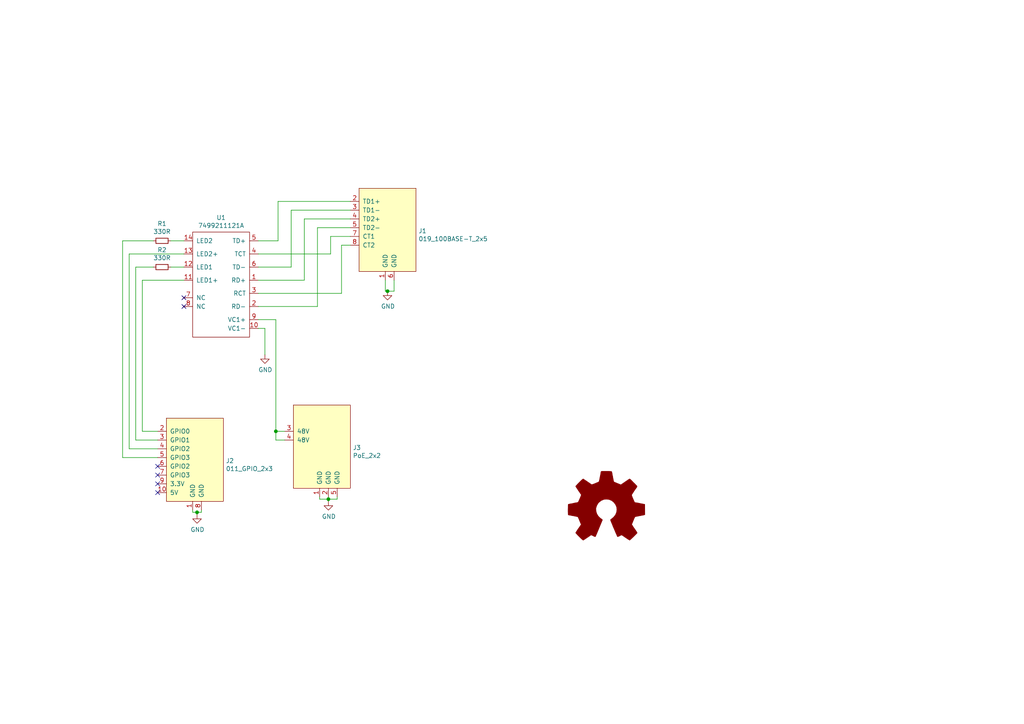
<source format=kicad_sch>
(kicad_sch (version 20211123) (generator eeschema)

  (uuid c264c438-a475-4ad4-9915-0f1e6ecf3053)

  (paper "A4")

  (lib_symbols
    (symbol "Device:R_Small" (pin_numbers hide) (pin_names (offset 0.254) hide) (in_bom yes) (on_board yes)
      (property "Reference" "R" (id 0) (at 0.762 0.508 0)
        (effects (font (size 1.27 1.27)) (justify left))
      )
      (property "Value" "R_Small" (id 1) (at 0.762 -1.016 0)
        (effects (font (size 1.27 1.27)) (justify left))
      )
      (property "Footprint" "" (id 2) (at 0 0 0)
        (effects (font (size 1.27 1.27)) hide)
      )
      (property "Datasheet" "~" (id 3) (at 0 0 0)
        (effects (font (size 1.27 1.27)) hide)
      )
      (property "ki_keywords" "R resistor" (id 4) (at 0 0 0)
        (effects (font (size 1.27 1.27)) hide)
      )
      (property "ki_description" "Resistor, small symbol" (id 5) (at 0 0 0)
        (effects (font (size 1.27 1.27)) hide)
      )
      (property "ki_fp_filters" "R_*" (id 6) (at 0 0 0)
        (effects (font (size 1.27 1.27)) hide)
      )
      (symbol "R_Small_0_1"
        (rectangle (start -0.762 1.778) (end 0.762 -1.778)
          (stroke (width 0.2032) (type default) (color 0 0 0 0))
          (fill (type none))
        )
      )
      (symbol "R_Small_1_1"
        (pin passive line (at 0 2.54 270) (length 0.762)
          (name "~" (effects (font (size 1.27 1.27))))
          (number "1" (effects (font (size 1.27 1.27))))
        )
        (pin passive line (at 0 -2.54 90) (length 0.762)
          (name "~" (effects (font (size 1.27 1.27))))
          (number "2" (effects (font (size 1.27 1.27))))
        )
      )
    )
    (symbol "Graphic:Logo_Open_Hardware_Large" (pin_names (offset 1.016)) (in_bom yes) (on_board yes)
      (property "Reference" "#LOGO" (id 0) (at 0 12.7 0)
        (effects (font (size 1.27 1.27)) hide)
      )
      (property "Value" "Logo_Open_Hardware_Large" (id 1) (at 0 -10.16 0)
        (effects (font (size 1.27 1.27)) hide)
      )
      (property "Footprint" "" (id 2) (at 0 0 0)
        (effects (font (size 1.27 1.27)) hide)
      )
      (property "Datasheet" "~" (id 3) (at 0 0 0)
        (effects (font (size 1.27 1.27)) hide)
      )
      (property "ki_keywords" "Logo" (id 4) (at 0 0 0)
        (effects (font (size 1.27 1.27)) hide)
      )
      (property "ki_description" "Open Hardware logo, large" (id 5) (at 0 0 0)
        (effects (font (size 1.27 1.27)) hide)
      )
      (symbol "Logo_Open_Hardware_Large_1_1"
        (polyline
          (pts
            (xy 6.731 -8.7122)
            (xy 6.6294 -8.6614)
            (xy 6.35 -8.4836)
            (xy 5.9944 -8.255)
            (xy 5.5372 -7.9502)
            (xy 5.1054 -7.6454)
            (xy 4.7498 -7.4168)
            (xy 4.4958 -7.239)
            (xy 4.3942 -7.1882)
            (xy 4.318 -7.2136)
            (xy 4.1148 -7.3152)
            (xy 3.81 -7.4676)
            (xy 3.6322 -7.5692)
            (xy 3.3528 -7.6708)
            (xy 3.2258 -7.6962)
            (xy 3.2004 -7.6708)
            (xy 3.0988 -7.4676)
            (xy 2.9464 -7.0866)
            (xy 2.7178 -6.604)
            (xy 2.4892 -6.0452)
            (xy 2.2352 -5.4356)
            (xy 1.9558 -4.826)
            (xy 1.7272 -4.2164)
            (xy 1.4986 -3.683)
            (xy 1.3208 -3.2512)
            (xy 1.2192 -2.9464)
            (xy 1.1684 -2.8194)
            (xy 1.1938 -2.794)
            (xy 1.3208 -2.667)
            (xy 1.5748 -2.4892)
            (xy 2.0828 -2.0574)
            (xy 2.6162 -1.397)
            (xy 2.921 -0.6604)
            (xy 3.048 0.1524)
            (xy 2.9464 0.9144)
            (xy 2.6416 1.6256)
            (xy 2.1336 2.286)
            (xy 1.524 2.7686)
            (xy 0.8128 3.0734)
            (xy 0 3.175)
            (xy -0.762 3.0988)
            (xy -1.4986 2.794)
            (xy -2.159 2.286)
            (xy -2.4384 1.9812)
            (xy -2.8194 1.3208)
            (xy -3.048 0.6096)
            (xy -3.0734 0.4318)
            (xy -3.0226 -0.3556)
            (xy -2.794 -1.0922)
            (xy -2.3876 -1.7526)
            (xy -1.8288 -2.3114)
            (xy -1.7526 -2.3622)
            (xy -1.4732 -2.5654)
            (xy -1.2954 -2.6924)
            (xy -1.1684 -2.8194)
            (xy -2.159 -5.207)
            (xy -2.3114 -5.588)
            (xy -2.5908 -6.2484)
            (xy -2.8194 -6.8072)
            (xy -3.0226 -7.2644)
            (xy -3.1496 -7.5692)
            (xy -3.2258 -7.6708)
            (xy -3.2258 -7.6962)
            (xy -3.302 -7.6962)
            (xy -3.4798 -7.6454)
            (xy -3.8354 -7.4676)
            (xy -4.0386 -7.366)
            (xy -4.2926 -7.239)
            (xy -4.4196 -7.1882)
            (xy -4.5212 -7.239)
            (xy -4.7498 -7.3914)
            (xy -5.1054 -7.6454)
            (xy -5.5372 -7.9248)
            (xy -5.9436 -8.2042)
            (xy -6.3246 -8.4582)
            (xy -6.604 -8.636)
            (xy -6.731 -8.7122)
            (xy -6.7564 -8.7122)
            (xy -6.858 -8.636)
            (xy -7.0866 -8.4582)
            (xy -7.4168 -8.1534)
            (xy -7.874 -7.6962)
            (xy -7.9502 -7.62)
            (xy -8.3312 -7.239)
            (xy -8.636 -6.9088)
            (xy -8.8392 -6.6802)
            (xy -8.9154 -6.5786)
            (xy -8.9154 -6.5786)
            (xy -8.8392 -6.4516)
            (xy -8.6614 -6.1722)
            (xy -8.4328 -5.7912)
            (xy -8.128 -5.3594)
            (xy -7.3152 -4.191)
            (xy -7.7724 -3.0988)
            (xy -7.8994 -2.7686)
            (xy -8.0772 -2.3622)
            (xy -8.2042 -2.0828)
            (xy -8.255 -1.9558)
            (xy -8.382 -1.905)
            (xy -8.6614 -1.8542)
            (xy -9.0932 -1.7526)
            (xy -9.6266 -1.651)
            (xy -10.1092 -1.5748)
            (xy -10.541 -1.4732)
            (xy -10.8712 -1.4224)
            (xy -11.0236 -1.397)
            (xy -11.049 -1.3716)
            (xy -11.0744 -1.2954)
            (xy -11.0998 -1.143)
            (xy -11.0998 -0.889)
            (xy -11.1252 -0.4572)
            (xy -11.1252 0.1524)
            (xy -11.1252 0.2286)
            (xy -11.0998 0.8128)
            (xy -11.0998 1.27)
            (xy -11.0744 1.5494)
            (xy -11.0744 1.6764)
            (xy -11.0744 1.6764)
            (xy -10.922 1.7018)
            (xy -10.6172 1.778)
            (xy -10.16 1.8542)
            (xy -9.652 1.9558)
            (xy -9.6012 1.9812)
            (xy -9.0932 2.0828)
            (xy -8.636 2.159)
            (xy -8.3312 2.2352)
            (xy -8.2042 2.286)
            (xy -8.1788 2.3114)
            (xy -8.0772 2.5146)
            (xy -7.9248 2.8448)
            (xy -7.747 3.2512)
            (xy -7.5692 3.6576)
            (xy -7.4168 4.0386)
            (xy -7.3152 4.318)
            (xy -7.2898 4.445)
            (xy -7.2898 4.445)
            (xy -7.366 4.572)
            (xy -7.5438 4.826)
            (xy -7.7978 5.207)
            (xy -8.128 5.6642)
            (xy -8.128 5.6896)
            (xy -8.4328 6.1468)
            (xy -8.6868 6.5278)
            (xy -8.8392 6.7818)
            (xy -8.9154 6.9088)
            (xy -8.9154 6.9088)
            (xy -8.8138 7.0358)
            (xy -8.5852 7.2898)
            (xy -8.255 7.6454)
            (xy -7.874 8.0264)
            (xy -7.747 8.1534)
            (xy -7.3152 8.5852)
            (xy -7.0104 8.8646)
            (xy -6.8326 8.9916)
            (xy -6.731 9.0424)
            (xy -6.731 9.0424)
            (xy -6.604 8.9408)
            (xy -6.3246 8.763)
            (xy -5.9436 8.509)
            (xy -5.4864 8.2042)
            (xy -5.461 8.1788)
            (xy -5.0038 7.874)
            (xy -4.6482 7.62)
            (xy -4.3688 7.4422)
            (xy -4.2672 7.3914)
            (xy -4.2418 7.3914)
            (xy -4.064 7.4422)
            (xy -3.7338 7.5438)
            (xy -3.3528 7.6962)
            (xy -2.9464 7.874)
            (xy -2.5654 8.0264)
            (xy -2.286 8.1534)
            (xy -2.159 8.2296)
            (xy -2.159 8.2296)
            (xy -2.1082 8.382)
            (xy -2.032 8.7122)
            (xy -1.9304 9.1694)
            (xy -1.8288 9.7282)
            (xy -1.8034 9.8044)
            (xy -1.7018 10.3378)
            (xy -1.6256 10.7696)
            (xy -1.5748 11.0744)
            (xy -1.524 11.2014)
            (xy -1.4478 11.2268)
            (xy -1.1938 11.2522)
            (xy -0.8128 11.2522)
            (xy -0.3302 11.2522)
            (xy 0.1524 11.2522)
            (xy 0.6604 11.2522)
            (xy 1.0668 11.2268)
            (xy 1.3716 11.2014)
            (xy 1.4986 11.176)
            (xy 1.4986 11.176)
            (xy 1.5494 11.0236)
            (xy 1.6256 10.6934)
            (xy 1.7018 10.2108)
            (xy 1.8288 9.6774)
            (xy 1.8288 9.5758)
            (xy 1.9304 9.0424)
            (xy 2.032 8.6106)
            (xy 2.0828 8.3058)
            (xy 2.1336 8.2042)
            (xy 2.159 8.1788)
            (xy 2.3876 8.0772)
            (xy 2.7432 7.9248)
            (xy 3.175 7.747)
            (xy 4.191 7.3406)
            (xy 5.461 8.2042)
            (xy 5.5626 8.2804)
            (xy 6.0198 8.5852)
            (xy 6.3754 8.8392)
            (xy 6.6294 8.9916)
            (xy 6.7564 9.0424)
            (xy 6.7564 9.0424)
            (xy 6.8834 8.9408)
            (xy 7.1374 8.7122)
            (xy 7.4676 8.382)
            (xy 7.8486 7.9756)
            (xy 8.1534 7.6962)
            (xy 8.4836 7.3406)
            (xy 8.7122 7.112)
            (xy 8.8392 6.9596)
            (xy 8.8646 6.858)
            (xy 8.8646 6.8072)
            (xy 8.7884 6.6802)
            (xy 8.6106 6.4008)
            (xy 8.3312 6.0198)
            (xy 8.0264 5.588)
            (xy 7.7978 5.207)
            (xy 7.5184 4.8006)
            (xy 7.3406 4.4958)
            (xy 7.2898 4.3434)
            (xy 7.2898 4.2926)
            (xy 7.3914 4.0386)
            (xy 7.5184 3.683)
            (xy 7.7216 3.2258)
            (xy 8.1534 2.2352)
            (xy 8.7884 2.1082)
            (xy 9.1948 2.0574)
            (xy 9.7536 1.9304)
            (xy 10.2616 1.8288)
            (xy 11.0998 1.6764)
            (xy 11.1252 -1.3208)
            (xy 10.9982 -1.3716)
            (xy 10.8712 -1.397)
            (xy 10.5664 -1.4732)
            (xy 10.1346 -1.5494)
            (xy 9.6266 -1.651)
            (xy 9.1948 -1.7272)
            (xy 8.7376 -1.8288)
            (xy 8.4328 -1.8796)
            (xy 8.2804 -1.905)
            (xy 8.255 -1.9558)
            (xy 8.1534 -2.159)
            (xy 7.9756 -2.5146)
            (xy 7.8232 -2.921)
            (xy 7.6454 -3.3274)
            (xy 7.493 -3.7338)
            (xy 7.366 -4.0132)
            (xy 7.3406 -4.191)
            (xy 7.3914 -4.2926)
            (xy 7.5692 -4.5466)
            (xy 7.7978 -4.9276)
            (xy 8.1026 -5.3594)
            (xy 8.4074 -5.7912)
            (xy 8.6614 -6.1722)
            (xy 8.8138 -6.4262)
            (xy 8.89 -6.5532)
            (xy 8.8646 -6.6548)
            (xy 8.6868 -6.858)
            (xy 8.3566 -7.1882)
            (xy 7.874 -7.6708)
            (xy 7.7978 -7.747)
            (xy 7.3914 -8.128)
            (xy 7.0612 -8.4328)
            (xy 6.8326 -8.636)
            (xy 6.731 -8.7122)
          )
          (stroke (width 0) (type default) (color 0 0 0 0))
          (fill (type outline))
        )
      )
    )
    (symbol "parts:7499211121A" (pin_names (offset 1.016)) (in_bom yes) (on_board yes)
      (property "Reference" "U" (id 0) (at -7.62 13.97 0)
        (effects (font (size 1.27 1.27)))
      )
      (property "Value" "7499211121A" (id 1) (at 3.81 13.97 0)
        (effects (font (size 1.27 1.27)))
      )
      (property "Footprint" "" (id 2) (at -2.54 7.62 0)
        (effects (font (size 1.27 1.27)) hide)
      )
      (property "Datasheet" "" (id 3) (at -2.54 7.62 0)
        (effects (font (size 1.27 1.27)) hide)
      )
      (symbol "7499211121A_0_1"
        (rectangle (start -7.62 12.7) (end 8.89 -17.78)
          (stroke (width 0) (type default) (color 0 0 0 0))
          (fill (type none))
        )
      )
      (symbol "7499211121A_1_1"
        (pin bidirectional line (at -10.16 -1.27 0) (length 2.54)
          (name "RD+" (effects (font (size 1.27 1.27))))
          (number "1" (effects (font (size 1.27 1.27))))
        )
        (pin unspecified line (at -10.16 -15.24 0) (length 2.54)
          (name "VC1-" (effects (font (size 1.27 1.27))))
          (number "10" (effects (font (size 1.27 1.27))))
        )
        (pin bidirectional line (at 11.43 -1.27 180) (length 2.54)
          (name "LED1+" (effects (font (size 1.27 1.27))))
          (number "11" (effects (font (size 1.27 1.27))))
        )
        (pin bidirectional line (at 11.43 2.54 180) (length 2.54)
          (name "LED1" (effects (font (size 1.27 1.27))))
          (number "12" (effects (font (size 1.27 1.27))))
        )
        (pin bidirectional line (at 11.43 6.35 180) (length 2.54)
          (name "LED2+" (effects (font (size 1.27 1.27))))
          (number "13" (effects (font (size 1.27 1.27))))
        )
        (pin bidirectional line (at 11.43 10.16 180) (length 2.54)
          (name "LED2" (effects (font (size 1.27 1.27))))
          (number "14" (effects (font (size 1.27 1.27))))
        )
        (pin bidirectional line (at -10.16 -8.89 0) (length 2.54)
          (name "RD-" (effects (font (size 1.27 1.27))))
          (number "2" (effects (font (size 1.27 1.27))))
        )
        (pin bidirectional line (at -10.16 -5.08 0) (length 2.54)
          (name "RCT" (effects (font (size 1.27 1.27))))
          (number "3" (effects (font (size 1.27 1.27))))
        )
        (pin bidirectional line (at -10.16 6.35 0) (length 2.54)
          (name "TCT" (effects (font (size 1.27 1.27))))
          (number "4" (effects (font (size 1.27 1.27))))
        )
        (pin bidirectional line (at -10.16 10.16 0) (length 2.54)
          (name "TD+" (effects (font (size 1.27 1.27))))
          (number "5" (effects (font (size 1.27 1.27))))
        )
        (pin bidirectional line (at -10.16 2.54 0) (length 2.54)
          (name "TD-" (effects (font (size 1.27 1.27))))
          (number "6" (effects (font (size 1.27 1.27))))
        )
        (pin no_connect line (at 11.43 -6.35 180) (length 2.54)
          (name "NC" (effects (font (size 1.27 1.27))))
          (number "7" (effects (font (size 1.27 1.27))))
        )
        (pin no_connect line (at 11.43 -8.89 180) (length 2.54)
          (name "NC" (effects (font (size 1.27 1.27))))
          (number "8" (effects (font (size 1.27 1.27))))
        )
        (pin unspecified line (at -10.16 -12.7 0) (length 2.54)
          (name "VC1+" (effects (font (size 1.27 1.27))))
          (number "9" (effects (font (size 1.27 1.27))))
        )
      )
    )
    (symbol "power:GND" (power) (pin_names (offset 0)) (in_bom yes) (on_board yes)
      (property "Reference" "#PWR" (id 0) (at 0 -6.35 0)
        (effects (font (size 1.27 1.27)) hide)
      )
      (property "Value" "GND" (id 1) (at 0 -3.81 0)
        (effects (font (size 1.27 1.27)))
      )
      (property "Footprint" "" (id 2) (at 0 0 0)
        (effects (font (size 1.27 1.27)) hide)
      )
      (property "Datasheet" "" (id 3) (at 0 0 0)
        (effects (font (size 1.27 1.27)) hide)
      )
      (property "ki_keywords" "power-flag" (id 4) (at 0 0 0)
        (effects (font (size 1.27 1.27)) hide)
      )
      (property "ki_description" "Power symbol creates a global label with name \"GND\" , ground" (id 5) (at 0 0 0)
        (effects (font (size 1.27 1.27)) hide)
      )
      (symbol "GND_0_1"
        (polyline
          (pts
            (xy 0 0)
            (xy 0 -1.27)
            (xy 1.27 -1.27)
            (xy 0 -2.54)
            (xy -1.27 -1.27)
            (xy 0 -1.27)
          )
          (stroke (width 0) (type default) (color 0 0 0 0))
          (fill (type none))
        )
      )
      (symbol "GND_1_1"
        (pin power_in line (at 0 0 270) (length 0) hide
          (name "GND" (effects (font (size 1.27 1.27))))
          (number "1" (effects (font (size 1.27 1.27))))
        )
      )
    )
    (symbol "put_on_edge:011_GPIO" (pin_names (offset 1.016)) (in_bom yes) (on_board yes)
      (property "Reference" "J" (id 0) (at -2.54 13.97 0)
        (effects (font (size 1.27 1.27)))
      )
      (property "Value" "011_GPIO" (id 1) (at 8.89 13.97 0)
        (effects (font (size 1.27 1.27)))
      )
      (property "Footprint" "" (id 2) (at 7.62 16.51 0)
        (effects (font (size 1.27 1.27)) hide)
      )
      (property "Datasheet" "" (id 3) (at 7.62 16.51 0)
        (effects (font (size 1.27 1.27)) hide)
      )
      (symbol "011_GPIO_0_1"
        (rectangle (start -8.89 12.7) (end 7.62 -11.43)
          (stroke (width 0) (type default) (color 0 0 0 0))
          (fill (type background))
        )
      )
      (symbol "011_GPIO_1_1"
        (pin power_in line (at -1.27 -13.97 90) (length 2.54)
          (name "GND" (effects (font (size 1.27 1.27))))
          (number "1" (effects (font (size 1.27 1.27))))
        )
        (pin power_in line (at -11.43 -8.89 0) (length 2.54)
          (name "5V" (effects (font (size 1.27 1.27))))
          (number "10" (effects (font (size 1.27 1.27))))
        )
        (pin bidirectional line (at -11.43 8.89 0) (length 2.54)
          (name "GPIO0" (effects (font (size 1.27 1.27))))
          (number "2" (effects (font (size 1.27 1.27))))
        )
        (pin bidirectional line (at -11.43 6.35 0) (length 2.54)
          (name "GPIO1" (effects (font (size 1.27 1.27))))
          (number "3" (effects (font (size 1.27 1.27))))
        )
        (pin bidirectional line (at -11.43 3.81 0) (length 2.54)
          (name "GPIO2" (effects (font (size 1.27 1.27))))
          (number "4" (effects (font (size 1.27 1.27))))
        )
        (pin bidirectional line (at -11.43 1.27 0) (length 2.54)
          (name "GPIO3" (effects (font (size 1.27 1.27))))
          (number "5" (effects (font (size 1.27 1.27))))
        )
        (pin bidirectional line (at -11.43 -1.27 0) (length 2.54)
          (name "GPIO2" (effects (font (size 1.27 1.27))))
          (number "6" (effects (font (size 1.27 1.27))))
        )
        (pin bidirectional line (at -11.43 -3.81 0) (length 2.54)
          (name "GPIO3" (effects (font (size 1.27 1.27))))
          (number "7" (effects (font (size 1.27 1.27))))
        )
        (pin power_in line (at 1.27 -13.97 90) (length 2.54)
          (name "GND" (effects (font (size 1.27 1.27))))
          (number "8" (effects (font (size 1.27 1.27))))
        )
        (pin power_in line (at -11.43 -6.35 0) (length 2.54)
          (name "3.3V" (effects (font (size 1.27 1.27))))
          (number "9" (effects (font (size 1.27 1.27))))
        )
      )
    )
    (symbol "put_on_edge:013_PoE_rectified" (pin_names (offset 1.016)) (in_bom yes) (on_board yes)
      (property "Reference" "J" (id 0) (at -2.54 13.97 0)
        (effects (font (size 1.27 1.27)))
      )
      (property "Value" "013_PoE_rectified" (id 1) (at 8.89 13.97 0)
        (effects (font (size 1.27 1.27)))
      )
      (property "Footprint" "" (id 2) (at 7.62 16.51 0)
        (effects (font (size 1.27 1.27)) hide)
      )
      (property "Datasheet" "" (id 3) (at 7.62 16.51 0)
        (effects (font (size 1.27 1.27)) hide)
      )
      (symbol "013_PoE_rectified_0_1"
        (rectangle (start -8.89 12.7) (end 7.62 -11.43)
          (stroke (width 0) (type default) (color 0 0 0 0))
          (fill (type background))
        )
      )
      (symbol "013_PoE_rectified_1_1"
        (pin power_in line (at -1.27 -13.97 90) (length 2.54)
          (name "GND" (effects (font (size 1.27 1.27))))
          (number "1" (effects (font (size 1.27 1.27))))
        )
        (pin power_in line (at 1.27 -13.97 90) (length 2.54)
          (name "GND" (effects (font (size 1.27 1.27))))
          (number "2" (effects (font (size 1.27 1.27))))
        )
        (pin bidirectional line (at -11.43 5.08 0) (length 2.54)
          (name "48V" (effects (font (size 1.27 1.27))))
          (number "3" (effects (font (size 1.27 1.27))))
        )
        (pin bidirectional line (at -11.43 2.54 0) (length 2.54)
          (name "48V" (effects (font (size 1.27 1.27))))
          (number "4" (effects (font (size 1.27 1.27))))
        )
        (pin power_in line (at 3.81 -13.97 90) (length 2.54)
          (name "GND" (effects (font (size 1.27 1.27))))
          (number "5" (effects (font (size 1.27 1.27))))
        )
      )
    )
    (symbol "put_on_edge:019_100BASE-T_with_CT" (pin_names (offset 1.016)) (in_bom yes) (on_board yes)
      (property "Reference" "J" (id 0) (at -2.54 13.97 0)
        (effects (font (size 1.27 1.27)))
      )
      (property "Value" "019_100BASE-T_with_CT" (id 1) (at 8.89 13.97 0)
        (effects (font (size 1.27 1.27)))
      )
      (property "Footprint" "" (id 2) (at 7.62 16.51 0)
        (effects (font (size 1.27 1.27)) hide)
      )
      (property "Datasheet" "" (id 3) (at 7.62 16.51 0)
        (effects (font (size 1.27 1.27)) hide)
      )
      (symbol "019_100BASE-T_with_CT_0_1"
        (rectangle (start -8.89 12.7) (end 7.62 -11.43)
          (stroke (width 0) (type default) (color 0 0 0 0))
          (fill (type background))
        )
      )
      (symbol "019_100BASE-T_with_CT_1_1"
        (pin power_in line (at -1.27 -13.97 90) (length 2.54)
          (name "GND" (effects (font (size 1.27 1.27))))
          (number "1" (effects (font (size 1.27 1.27))))
        )
        (pin bidirectional line (at -11.43 8.89 0) (length 2.54)
          (name "TD1+" (effects (font (size 1.27 1.27))))
          (number "2" (effects (font (size 1.27 1.27))))
        )
        (pin bidirectional line (at -11.43 6.35 0) (length 2.54)
          (name "TD1-" (effects (font (size 1.27 1.27))))
          (number "3" (effects (font (size 1.27 1.27))))
        )
        (pin bidirectional line (at -11.43 3.81 0) (length 2.54)
          (name "TD2+" (effects (font (size 1.27 1.27))))
          (number "4" (effects (font (size 1.27 1.27))))
        )
        (pin bidirectional line (at -11.43 1.27 0) (length 2.54)
          (name "TD2-" (effects (font (size 1.27 1.27))))
          (number "5" (effects (font (size 1.27 1.27))))
        )
        (pin power_in line (at 1.27 -13.97 90) (length 2.54)
          (name "GND" (effects (font (size 1.27 1.27))))
          (number "6" (effects (font (size 1.27 1.27))))
        )
        (pin bidirectional line (at -11.43 -1.27 0) (length 2.54)
          (name "CT1" (effects (font (size 1.27 1.27))))
          (number "7" (effects (font (size 1.27 1.27))))
        )
        (pin bidirectional line (at -11.43 -3.81 0) (length 2.54)
          (name "CT2" (effects (font (size 1.27 1.27))))
          (number "8" (effects (font (size 1.27 1.27))))
        )
      )
    )
  )

  (junction (at 57.15 148.59) (diameter 0) (color 0 0 0 0)
    (uuid 1e1b062d-fad0-427c-a622-c5b8a80b5268)
  )
  (junction (at 95.25 144.78) (diameter 0) (color 0 0 0 0)
    (uuid 44d8279a-9cd1-4db6-856f-0363131605fc)
  )
  (junction (at 112.395 84.455) (diameter 0) (color 0 0 0 0)
    (uuid c801d42e-dd94-493e-bd2f-6c3ddad43f55)
  )
  (junction (at 80.01 125.095) (diameter 0) (color 0 0 0 0)
    (uuid e615f7aa-337e-474d-9615-2ad82b1c44ca)
  )

  (no_connect (at 45.72 137.795) (uuid 2e642b3e-a476-4c54-9a52-dcea955640cd))
  (no_connect (at 45.72 142.875) (uuid 30f15357-ce1d-48b9-93dc-7d9b1b2aa048))
  (no_connect (at 53.34 88.9) (uuid 417f13e4-c121-485a-a6b5-8b55e70350b8))
  (no_connect (at 45.72 135.255) (uuid 5038e144-5119-49db-b6cf-f7c345f1cf03))
  (no_connect (at 45.72 140.335) (uuid 87371631-aa02-498a-998a-09bdb74784c1))
  (no_connect (at 53.34 86.36) (uuid 9dab0cb7-2557-4419-963b-5ae736517f62))

  (wire (pts (xy 45.72 127.635) (xy 39.37 127.635))
    (stroke (width 0) (type default) (color 0 0 0 0))
    (uuid 0147f16a-c952-4891-8f53-a9fb8cddeb8d)
  )
  (wire (pts (xy 80.645 58.42) (xy 101.6 58.42))
    (stroke (width 0) (type default) (color 0 0 0 0))
    (uuid 03d88a85-11fd-47aa-954c-c318bb15294a)
  )
  (wire (pts (xy 35.56 69.85) (xy 44.45 69.85))
    (stroke (width 0) (type default) (color 0 0 0 0))
    (uuid 0a3cc030-c9dd-4d74-9d50-715ed2b361a2)
  )
  (wire (pts (xy 45.72 130.175) (xy 37.465 130.175))
    (stroke (width 0) (type default) (color 0 0 0 0))
    (uuid 0d0bb7b2-a6e5-46d2-9492-a1aa6e5a7b2f)
  )
  (wire (pts (xy 84.455 60.96) (xy 101.6 60.96))
    (stroke (width 0) (type default) (color 0 0 0 0))
    (uuid 0dcdf1b8-13c6-48b4-bd94-5d26038ff231)
  )
  (wire (pts (xy 76.835 95.25) (xy 74.93 95.25))
    (stroke (width 0) (type default) (color 0 0 0 0))
    (uuid 10109f84-4940-47f8-8640-91f185ac9bc1)
  )
  (wire (pts (xy 111.76 84.455) (xy 112.395 84.455))
    (stroke (width 0) (type default) (color 0 0 0 0))
    (uuid 128e34ce-eee7-477d-b905-a493e98db783)
  )
  (wire (pts (xy 92.075 88.9) (xy 92.075 66.04))
    (stroke (width 0) (type default) (color 0 0 0 0))
    (uuid 13475e15-f37c-4de8-857e-1722b0c39513)
  )
  (wire (pts (xy 45.72 132.715) (xy 35.56 132.715))
    (stroke (width 0) (type default) (color 0 0 0 0))
    (uuid 15875808-74d5-4210-b8ca-aa8fbc04ae21)
  )
  (wire (pts (xy 84.455 77.47) (xy 84.455 60.96))
    (stroke (width 0) (type default) (color 0 0 0 0))
    (uuid 1a2f72d1-0b36-4610-afc4-4ad1660d5d3b)
  )
  (wire (pts (xy 92.075 66.04) (xy 101.6 66.04))
    (stroke (width 0) (type default) (color 0 0 0 0))
    (uuid 2732632c-4768-42b6-bf7f-14643424019e)
  )
  (wire (pts (xy 112.395 84.455) (xy 114.3 84.455))
    (stroke (width 0) (type default) (color 0 0 0 0))
    (uuid 3172f2e2-18d2-4a80-ae30-5707b3409798)
  )
  (wire (pts (xy 58.42 148.59) (xy 58.42 147.955))
    (stroke (width 0) (type default) (color 0 0 0 0))
    (uuid 3b838d52-596d-4e4d-a6ac-e4c8e7621137)
  )
  (wire (pts (xy 95.25 144.78) (xy 95.25 144.145))
    (stroke (width 0) (type default) (color 0 0 0 0))
    (uuid 3f5fe6b7-98fc-4d3e-9567-f9f7202d1455)
  )
  (wire (pts (xy 49.53 77.47) (xy 53.34 77.47))
    (stroke (width 0) (type default) (color 0 0 0 0))
    (uuid 46918595-4a45-48e8-84c0-961b4db7f35f)
  )
  (wire (pts (xy 80.01 125.095) (xy 80.01 127.635))
    (stroke (width 0) (type default) (color 0 0 0 0))
    (uuid 47baf4b1-0938-497d-88f9-671136aa8be7)
  )
  (wire (pts (xy 45.72 125.095) (xy 41.275 125.095))
    (stroke (width 0) (type default) (color 0 0 0 0))
    (uuid 4e3d7c0d-12e3-42f2-b944-e4bcdbbcac2a)
  )
  (wire (pts (xy 95.25 144.78) (xy 97.79 144.78))
    (stroke (width 0) (type default) (color 0 0 0 0))
    (uuid 4fb02e58-160a-4a39-9f22-d0c75e82ee72)
  )
  (wire (pts (xy 80.645 69.85) (xy 80.645 58.42))
    (stroke (width 0) (type default) (color 0 0 0 0))
    (uuid 51c4dc0a-5b9f-4edf-a83f-4a12881e42ef)
  )
  (wire (pts (xy 95.885 68.58) (xy 101.6 68.58))
    (stroke (width 0) (type default) (color 0 0 0 0))
    (uuid 54365317-1355-4216-bb75-829375abc4ec)
  )
  (wire (pts (xy 74.93 92.71) (xy 80.01 92.71))
    (stroke (width 0) (type default) (color 0 0 0 0))
    (uuid 55e740a3-0735-4744-896e-2bf5437093b9)
  )
  (wire (pts (xy 88.265 81.28) (xy 88.265 63.5))
    (stroke (width 0) (type default) (color 0 0 0 0))
    (uuid 58dc14f9-c158-4824-a84e-24a6a482a7a4)
  )
  (wire (pts (xy 92.71 144.145) (xy 92.71 144.78))
    (stroke (width 0) (type default) (color 0 0 0 0))
    (uuid 5cbb5968-dbb5-4b84-864a-ead1cacf75b9)
  )
  (wire (pts (xy 55.88 147.955) (xy 55.88 148.59))
    (stroke (width 0) (type default) (color 0 0 0 0))
    (uuid 66116376-6967-4178-9f23-a26cdeafc400)
  )
  (wire (pts (xy 49.53 69.85) (xy 53.34 69.85))
    (stroke (width 0) (type default) (color 0 0 0 0))
    (uuid 67f6e996-3c99-493c-8f6f-e739e2ed5d7a)
  )
  (wire (pts (xy 41.275 81.28) (xy 53.34 81.28))
    (stroke (width 0) (type default) (color 0 0 0 0))
    (uuid 6a44418c-7bb4-4e99-8836-57f153c19721)
  )
  (wire (pts (xy 95.885 73.66) (xy 74.93 73.66))
    (stroke (width 0) (type default) (color 0 0 0 0))
    (uuid 712d6a7d-2b62-464f-b745-fd2a6b0187f6)
  )
  (wire (pts (xy 76.835 102.87) (xy 76.835 95.25))
    (stroke (width 0) (type default) (color 0 0 0 0))
    (uuid 71c31975-2c45-4d18-a25a-18e07a55d11e)
  )
  (wire (pts (xy 55.88 148.59) (xy 57.15 148.59))
    (stroke (width 0) (type default) (color 0 0 0 0))
    (uuid 749dfe75-c0d6-4872-9330-29c5bbcb8ff8)
  )
  (wire (pts (xy 80.01 127.635) (xy 82.55 127.635))
    (stroke (width 0) (type default) (color 0 0 0 0))
    (uuid 77ed3941-d133-4aef-a9af-5a39322d14eb)
  )
  (wire (pts (xy 37.465 73.66) (xy 53.34 73.66))
    (stroke (width 0) (type default) (color 0 0 0 0))
    (uuid 81bbc3ff-3938-49ac-8297-ce2bcc9a42bd)
  )
  (wire (pts (xy 74.93 69.85) (xy 80.645 69.85))
    (stroke (width 0) (type default) (color 0 0 0 0))
    (uuid 842e430f-0c35-45f3-a0b5-95ae7b7ae388)
  )
  (wire (pts (xy 114.3 81.28) (xy 114.3 84.455))
    (stroke (width 0) (type default) (color 0 0 0 0))
    (uuid 98e81e80-1f85-4152-be3f-99785ea97751)
  )
  (wire (pts (xy 99.06 85.09) (xy 99.06 71.12))
    (stroke (width 0) (type default) (color 0 0 0 0))
    (uuid a3e4f0ae-9f86-49e9-b386-ed8b42e012fb)
  )
  (wire (pts (xy 99.06 71.12) (xy 101.6 71.12))
    (stroke (width 0) (type default) (color 0 0 0 0))
    (uuid a690fc6c-55d9-47e6-b533-faa4b67e20f3)
  )
  (wire (pts (xy 41.275 125.095) (xy 41.275 81.28))
    (stroke (width 0) (type default) (color 0 0 0 0))
    (uuid aa02e544-13f5-4cf8-a5f4-3e6cda006090)
  )
  (wire (pts (xy 95.885 73.66) (xy 95.885 68.58))
    (stroke (width 0) (type default) (color 0 0 0 0))
    (uuid ac264c30-3e9a-4be2-b97a-9949b68bd497)
  )
  (wire (pts (xy 37.465 130.175) (xy 37.465 73.66))
    (stroke (width 0) (type default) (color 0 0 0 0))
    (uuid b1169a2d-8998-4b50-a48d-c520bcc1b8e1)
  )
  (wire (pts (xy 111.76 81.28) (xy 111.76 84.455))
    (stroke (width 0) (type default) (color 0 0 0 0))
    (uuid b3d08afa-f296-4e3b-8825-73b6331d35bf)
  )
  (wire (pts (xy 74.93 88.9) (xy 92.075 88.9))
    (stroke (width 0) (type default) (color 0 0 0 0))
    (uuid b635b16e-60bb-4b3e-9fc3-47d34eef8381)
  )
  (wire (pts (xy 95.25 144.78) (xy 95.25 145.415))
    (stroke (width 0) (type default) (color 0 0 0 0))
    (uuid bb7f0588-d4d8-44bf-9ebf-3c533fe4d6ae)
  )
  (wire (pts (xy 80.01 125.095) (xy 82.55 125.095))
    (stroke (width 0) (type default) (color 0 0 0 0))
    (uuid c022004a-c968-410e-b59e-fbab0e561e9d)
  )
  (wire (pts (xy 74.93 85.09) (xy 99.06 85.09))
    (stroke (width 0) (type default) (color 0 0 0 0))
    (uuid c144caa5-b0d4-4cef-840a-d4ad178a2102)
  )
  (wire (pts (xy 57.15 149.225) (xy 57.15 148.59))
    (stroke (width 0) (type default) (color 0 0 0 0))
    (uuid cbdcaa78-3bbc-413f-91bf-2709119373ce)
  )
  (wire (pts (xy 39.37 127.635) (xy 39.37 77.47))
    (stroke (width 0) (type default) (color 0 0 0 0))
    (uuid d1262c4d-2245-4c4f-8f35-7bb32cd9e21e)
  )
  (wire (pts (xy 39.37 77.47) (xy 44.45 77.47))
    (stroke (width 0) (type default) (color 0 0 0 0))
    (uuid d22e95aa-f3db-4fbc-a331-048a2523233e)
  )
  (wire (pts (xy 57.15 148.59) (xy 58.42 148.59))
    (stroke (width 0) (type default) (color 0 0 0 0))
    (uuid d8603679-3e7b-4337-8dbc-1827f5f54d8a)
  )
  (wire (pts (xy 35.56 132.715) (xy 35.56 69.85))
    (stroke (width 0) (type default) (color 0 0 0 0))
    (uuid dd00c2e1-6027-4717-b312-4fab3ee52002)
  )
  (wire (pts (xy 74.93 81.28) (xy 88.265 81.28))
    (stroke (width 0) (type default) (color 0 0 0 0))
    (uuid dde3dba8-1b81-466c-93a3-c284ff4da1ef)
  )
  (wire (pts (xy 74.93 77.47) (xy 84.455 77.47))
    (stroke (width 0) (type default) (color 0 0 0 0))
    (uuid e12e827e-36be-4503-8eef-6fc7e8bc5d49)
  )
  (wire (pts (xy 92.71 144.78) (xy 95.25 144.78))
    (stroke (width 0) (type default) (color 0 0 0 0))
    (uuid eb667eea-300e-4ca7-8a6f-4b00de80cd45)
  )
  (wire (pts (xy 97.79 144.78) (xy 97.79 144.145))
    (stroke (width 0) (type default) (color 0 0 0 0))
    (uuid ef8fe2ac-6a7f-4682-9418-b801a1b10a3b)
  )
  (wire (pts (xy 80.01 92.71) (xy 80.01 125.095))
    (stroke (width 0) (type default) (color 0 0 0 0))
    (uuid f4f99e3d-7269-4f6a-a759-16ad2a258779)
  )
  (wire (pts (xy 88.265 63.5) (xy 101.6 63.5))
    (stroke (width 0) (type default) (color 0 0 0 0))
    (uuid f976e2cc-36f9-4479-a816-2c74d1d5da6f)
  )

  (symbol (lib_id "put_on_edge:019_100BASE-T_with_CT") (at 113.03 67.31 0) (unit 1)
    (in_bom yes) (on_board yes)
    (uuid 00000000-0000-0000-0000-0000602feedc)
    (property "Reference" "J1" (id 0) (at 121.3612 66.9798 0)
      (effects (font (size 1.27 1.27)) (justify left))
    )
    (property "Value" "019_100BASE-T_2x5" (id 1) (at 121.3612 69.2912 0)
      (effects (font (size 1.27 1.27)) (justify left))
    )
    (property "Footprint" "on_edge:on_edge_2x05_device" (id 2) (at 120.65 50.8 0)
      (effects (font (size 1.27 1.27)) hide)
    )
    (property "Datasheet" "" (id 3) (at 120.65 50.8 0)
      (effects (font (size 1.27 1.27)) hide)
    )
    (pin "1" (uuid 5f85fd97-41c9-4095-8bcb-a496b4c28b9a))
    (pin "2" (uuid 4fff0c6a-354c-4d72-8509-0f1423d02288))
    (pin "3" (uuid 23d837ba-dc5e-411c-9f2a-aada12ded467))
    (pin "4" (uuid 9a07ff57-f530-439d-995f-addf46a76d84))
    (pin "5" (uuid 8a057ad2-4430-49ad-8b8f-2731e9038e77))
    (pin "6" (uuid b3133ea9-1ad5-4f4f-a50d-c2152ad4c33c))
    (pin "7" (uuid 3b0c78a4-701f-4179-829a-fa8f7f3941ac))
    (pin "8" (uuid 1cba40e9-b703-44d8-855a-a2d3273e92a2))
  )

  (symbol (lib_id "parts:7499211121A") (at 64.77 80.01 0) (mirror y) (unit 1)
    (in_bom yes) (on_board yes)
    (uuid 00000000-0000-0000-0000-0000602ffc80)
    (property "Reference" "U1" (id 0) (at 64.135 63.119 0))
    (property "Value" "7499211121A" (id 1) (at 64.135 65.4304 0))
    (property "Footprint" "AI-footprints:7499211121A" (id 2) (at 67.31 72.39 0)
      (effects (font (size 1.27 1.27)) hide)
    )
    (property "Datasheet" "" (id 3) (at 67.31 72.39 0)
      (effects (font (size 1.27 1.27)) hide)
    )
    (property "MPN" "7499211121A" (id 4) (at 64.77 80.01 0)
      (effects (font (size 1.27 1.27)) hide)
    )
    (pin "1" (uuid 5b7c070f-289a-49d2-b13b-88b7c8702a09))
    (pin "10" (uuid 747a6a4c-4641-4b0c-9c0e-f5fe21c8d40b))
    (pin "11" (uuid 45c4a615-f6fb-423d-9ac9-e403f866fac8))
    (pin "12" (uuid 5d3a1e33-cf8c-44d6-8c81-a2ce679d6fea))
    (pin "13" (uuid 082b5e78-7cb4-4683-8ef6-00504518aadb))
    (pin "14" (uuid 07c22c49-ddb0-4786-af01-f2fa46bfeab4))
    (pin "2" (uuid aeab1fc2-d084-4009-ae74-6421fce89c31))
    (pin "3" (uuid fa8b90a0-2d55-4478-9ea5-1a75ab33556a))
    (pin "4" (uuid d40122ad-ce93-4973-a437-0ab5a288ad89))
    (pin "5" (uuid 0285722c-8369-4455-bd99-2f81c14fddfd))
    (pin "6" (uuid e5652988-4db7-41d4-a1b5-418952396cad))
    (pin "7" (uuid 14996e6a-17fd-45ab-b2c2-528e43e642d5))
    (pin "8" (uuid f64af5ac-df8a-4c90-bc74-f4822f3049d6))
    (pin "9" (uuid a86d9e90-566a-499f-9a6a-1e18a6b40b10))
  )

  (symbol (lib_id "power:GND") (at 112.395 84.455 0) (unit 1)
    (in_bom yes) (on_board yes)
    (uuid 00000000-0000-0000-0000-000060302189)
    (property "Reference" "#PWR0103" (id 0) (at 112.395 90.805 0)
      (effects (font (size 1.27 1.27)) hide)
    )
    (property "Value" "GND" (id 1) (at 112.522 88.8492 0))
    (property "Footprint" "" (id 2) (at 112.395 84.455 0)
      (effects (font (size 1.27 1.27)) hide)
    )
    (property "Datasheet" "" (id 3) (at 112.395 84.455 0)
      (effects (font (size 1.27 1.27)) hide)
    )
    (pin "1" (uuid 0b485980-164a-420f-aa20-9bba2db9ae3b))
  )

  (symbol (lib_id "put_on_edge:013_PoE_rectified") (at 93.98 130.175 0) (unit 1)
    (in_bom yes) (on_board yes)
    (uuid 00000000-0000-0000-0000-000060308801)
    (property "Reference" "J3" (id 0) (at 102.3112 129.8448 0)
      (effects (font (size 1.27 1.27)) (justify left))
    )
    (property "Value" "PoE_2x2" (id 1) (at 102.3112 132.1562 0)
      (effects (font (size 1.27 1.27)) (justify left))
    )
    (property "Footprint" "on_edge:on_edge_2x05_host" (id 2) (at 101.6 113.665 0)
      (effects (font (size 1.27 1.27)) hide)
    )
    (property "Datasheet" "" (id 3) (at 101.6 113.665 0)
      (effects (font (size 1.27 1.27)) hide)
    )
    (pin "1" (uuid d007a3c0-650e-42ad-83b6-60c6bed951a9))
    (pin "2" (uuid 83088f6f-1dfb-40c2-8780-4a122369186b))
    (pin "3" (uuid e0831baa-0a14-4b66-b2b3-666ee87eeadf))
    (pin "4" (uuid e773a4ed-f610-4998-8401-17bf0c0be47c))
    (pin "5" (uuid 6ba81f5c-b31b-47f8-a9a3-5f6079f5e5ce))
  )

  (symbol (lib_id "put_on_edge:011_GPIO") (at 57.15 133.985 0) (unit 1)
    (in_bom yes) (on_board yes)
    (uuid 00000000-0000-0000-0000-00006030960e)
    (property "Reference" "J2" (id 0) (at 65.4812 133.6548 0)
      (effects (font (size 1.27 1.27)) (justify left))
    )
    (property "Value" "011_GPIO_2x3" (id 1) (at 65.4812 135.9662 0)
      (effects (font (size 1.27 1.27)) (justify left))
    )
    (property "Footprint" "on_edge:on_edge_2x05_device" (id 2) (at 64.77 117.475 0)
      (effects (font (size 1.27 1.27)) hide)
    )
    (property "Datasheet" "" (id 3) (at 64.77 117.475 0)
      (effects (font (size 1.27 1.27)) hide)
    )
    (pin "1" (uuid 898ba621-ba62-475b-b2cf-70b931e26d57))
    (pin "10" (uuid e14921a2-b8fe-413b-a877-2acc9177cc53))
    (pin "2" (uuid 5ac988bf-7426-4f94-bc1d-c2086d3b7b97))
    (pin "3" (uuid 35e5b680-2b79-441e-829b-39607386ce10))
    (pin "4" (uuid 5f8faae4-ef37-4fd2-bda1-cf2eb8cb91b1))
    (pin "5" (uuid 4d70a61d-1af9-4258-a491-00672cec40d5))
    (pin "6" (uuid 7ae865ae-b81c-4abc-9869-19c0005c400c))
    (pin "7" (uuid f3bebbb7-1f61-4510-8531-a0bb39cddf62))
    (pin "8" (uuid 7554c450-1724-4339-af56-a6abc4b098e5))
    (pin "9" (uuid 83a2331d-06cf-4f4d-ad71-fff2c8309104))
  )

  (symbol (lib_id "Device:R_Small") (at 46.99 69.85 270) (unit 1)
    (in_bom yes) (on_board yes)
    (uuid 00000000-0000-0000-0000-00006030cee4)
    (property "Reference" "R1" (id 0) (at 46.99 64.8716 90))
    (property "Value" "330R" (id 1) (at 46.99 67.183 90))
    (property "Footprint" "Resistor_SMD:R_0603_1608Metric" (id 2) (at 46.99 69.85 0)
      (effects (font (size 1.27 1.27)) hide)
    )
    (property "Datasheet" "~" (id 3) (at 46.99 69.85 0)
      (effects (font (size 1.27 1.27)) hide)
    )
    (pin "1" (uuid 3f7bc42e-08ec-4d55-91b2-e8fb59200caf))
    (pin "2" (uuid 0ef72fb1-9a74-4a61-8ab7-5a4a580b8ed0))
  )

  (symbol (lib_id "Device:R_Small") (at 46.99 77.47 270) (unit 1)
    (in_bom yes) (on_board yes)
    (uuid 00000000-0000-0000-0000-00006030d814)
    (property "Reference" "R2" (id 0) (at 46.99 72.4916 90))
    (property "Value" "330R" (id 1) (at 46.99 74.803 90))
    (property "Footprint" "Resistor_SMD:R_0603_1608Metric" (id 2) (at 46.99 77.47 0)
      (effects (font (size 1.27 1.27)) hide)
    )
    (property "Datasheet" "~" (id 3) (at 46.99 77.47 0)
      (effects (font (size 1.27 1.27)) hide)
    )
    (pin "1" (uuid a2d4a8f1-76dc-44c0-9138-66e44c193095))
    (pin "2" (uuid 5063ac08-e69c-4429-9106-d34ca9c9c092))
  )

  (symbol (lib_id "power:GND") (at 57.15 149.225 0) (unit 1)
    (in_bom yes) (on_board yes)
    (uuid 00000000-0000-0000-0000-00006030e369)
    (property "Reference" "#PWR0104" (id 0) (at 57.15 155.575 0)
      (effects (font (size 1.27 1.27)) hide)
    )
    (property "Value" "GND" (id 1) (at 57.277 153.6192 0))
    (property "Footprint" "" (id 2) (at 57.15 149.225 0)
      (effects (font (size 1.27 1.27)) hide)
    )
    (property "Datasheet" "" (id 3) (at 57.15 149.225 0)
      (effects (font (size 1.27 1.27)) hide)
    )
    (pin "1" (uuid a1fdd5e3-a487-4718-acad-883e1808eb91))
  )

  (symbol (lib_id "power:GND") (at 95.25 145.415 0) (unit 1)
    (in_bom yes) (on_board yes)
    (uuid 00000000-0000-0000-0000-00006030e7d3)
    (property "Reference" "#PWR0105" (id 0) (at 95.25 151.765 0)
      (effects (font (size 1.27 1.27)) hide)
    )
    (property "Value" "GND" (id 1) (at 95.377 149.8092 0))
    (property "Footprint" "" (id 2) (at 95.25 145.415 0)
      (effects (font (size 1.27 1.27)) hide)
    )
    (property "Datasheet" "" (id 3) (at 95.25 145.415 0)
      (effects (font (size 1.27 1.27)) hide)
    )
    (pin "1" (uuid 9762791f-25dd-40fb-b916-c74ce15ba429))
  )

  (symbol (lib_id "power:GND") (at 76.835 102.87 0) (unit 1)
    (in_bom yes) (on_board yes)
    (uuid 00000000-0000-0000-0000-00006030fbba)
    (property "Reference" "#PWR0106" (id 0) (at 76.835 109.22 0)
      (effects (font (size 1.27 1.27)) hide)
    )
    (property "Value" "GND" (id 1) (at 76.962 107.2642 0))
    (property "Footprint" "" (id 2) (at 76.835 102.87 0)
      (effects (font (size 1.27 1.27)) hide)
    )
    (property "Datasheet" "" (id 3) (at 76.835 102.87 0)
      (effects (font (size 1.27 1.27)) hide)
    )
    (pin "1" (uuid d8a956e0-5251-497f-be1e-d0c4be69a8ae))
  )

  (symbol (lib_id "Graphic:Logo_Open_Hardware_Large") (at 175.895 147.955 0) (unit 1)
    (in_bom yes) (on_board yes)
    (uuid 00000000-0000-0000-0000-00006111043a)
    (property "Reference" "l1" (id 0) (at 175.895 135.255 0)
      (effects (font (size 1.27 1.27)) hide)
    )
    (property "Value" "Logo_Open_Hardware_Large" (id 1) (at 175.895 158.115 0)
      (effects (font (size 1.27 1.27)) hide)
    )
    (property "Footprint" "Symbol:OSHW-Logo2_7.3x6mm_SilkScreen" (id 2) (at 175.895 147.955 0)
      (effects (font (size 1.27 1.27)) hide)
    )
    (property "Datasheet" "~" (id 3) (at 175.895 147.955 0)
      (effects (font (size 1.27 1.27)) hide)
    )
  )

  (sheet_instances
    (path "/" (page "1"))
  )

  (symbol_instances
    (path "/00000000-0000-0000-0000-000060302189"
      (reference "#PWR0103") (unit 1) (value "GND") (footprint "")
    )
    (path "/00000000-0000-0000-0000-00006030e369"
      (reference "#PWR0104") (unit 1) (value "GND") (footprint "")
    )
    (path "/00000000-0000-0000-0000-00006030e7d3"
      (reference "#PWR0105") (unit 1) (value "GND") (footprint "")
    )
    (path "/00000000-0000-0000-0000-00006030fbba"
      (reference "#PWR0106") (unit 1) (value "GND") (footprint "")
    )
    (path "/00000000-0000-0000-0000-0000602feedc"
      (reference "J1") (unit 1) (value "019_100BASE-T_2x5") (footprint "on_edge:on_edge_2x05_device")
    )
    (path "/00000000-0000-0000-0000-00006030960e"
      (reference "J2") (unit 1) (value "011_GPIO_2x3") (footprint "on_edge:on_edge_2x05_device")
    )
    (path "/00000000-0000-0000-0000-000060308801"
      (reference "J3") (unit 1) (value "PoE_2x2") (footprint "on_edge:on_edge_2x05_host")
    )
    (path "/00000000-0000-0000-0000-00006030cee4"
      (reference "R1") (unit 1) (value "330R") (footprint "Resistor_SMD:R_0603_1608Metric")
    )
    (path "/00000000-0000-0000-0000-00006030d814"
      (reference "R2") (unit 1) (value "330R") (footprint "Resistor_SMD:R_0603_1608Metric")
    )
    (path "/00000000-0000-0000-0000-0000602ffc80"
      (reference "U1") (unit 1) (value "7499211121A") (footprint "AI-footprints:7499211121A")
    )
    (path "/00000000-0000-0000-0000-00006111043a"
      (reference "l1") (unit 1) (value "Logo_Open_Hardware_Large") (footprint "Symbol:OSHW-Logo2_7.3x6mm_SilkScreen")
    )
  )
)

</source>
